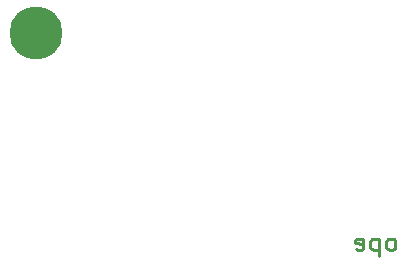
<source format=gbr>
G04 #@! TF.GenerationSoftware,KiCad,Pcbnew,(5.1.10-1-10_14)*
G04 #@! TF.CreationDate,2021-08-19T10:23:20-05:00*
G04 #@! TF.ProjectId,PCB-Keychains,5043422d-4b65-4796-9368-61696e732e6b,rev?*
G04 #@! TF.SameCoordinates,Original*
G04 #@! TF.FileFunction,Copper,L2,Bot*
G04 #@! TF.FilePolarity,Positive*
%FSLAX46Y46*%
G04 Gerber Fmt 4.6, Leading zero omitted, Abs format (unit mm)*
G04 Created by KiCad (PCBNEW (5.1.10-1-10_14)) date 2021-08-19 10:23:20*
%MOMM*%
%LPD*%
G01*
G04 APERTURE LIST*
G04 #@! TA.AperFunction,NonConductor*
%ADD10C,0.250000*%
G04 #@! TD*
G04 #@! TA.AperFunction,ComponentPad*
%ADD11C,4.500000*%
G04 #@! TD*
G04 APERTURE END LIST*
D10*
X151025043Y-112536003D02*
X151167900Y-112464574D01*
X151239329Y-112393146D01*
X151310757Y-112250289D01*
X151310757Y-111821717D01*
X151239329Y-111678860D01*
X151167900Y-111607432D01*
X151025043Y-111536003D01*
X150810757Y-111536003D01*
X150667900Y-111607432D01*
X150596472Y-111678860D01*
X150525043Y-111821717D01*
X150525043Y-112250289D01*
X150596472Y-112393146D01*
X150667900Y-112464574D01*
X150810757Y-112536003D01*
X151025043Y-112536003D01*
X149882186Y-111536003D02*
X149882186Y-113036003D01*
X149882186Y-111607432D02*
X149739329Y-111536003D01*
X149453614Y-111536003D01*
X149310757Y-111607432D01*
X149239329Y-111678860D01*
X149167900Y-111821717D01*
X149167900Y-112250289D01*
X149239329Y-112393146D01*
X149310757Y-112464574D01*
X149453614Y-112536003D01*
X149739329Y-112536003D01*
X149882186Y-112464574D01*
X147953614Y-112464574D02*
X148096472Y-112536003D01*
X148382186Y-112536003D01*
X148525043Y-112464574D01*
X148596472Y-112321717D01*
X148596472Y-111750289D01*
X148525043Y-111607432D01*
X148382186Y-111536003D01*
X148096472Y-111536003D01*
X147953614Y-111607432D01*
X147882186Y-111750289D01*
X147882186Y-111893146D01*
X148596472Y-112036003D01*
D11*
X120896472Y-94107432D03*
M02*

</source>
